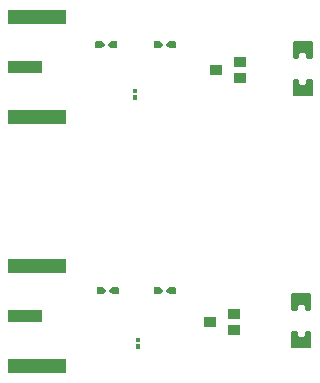
<source format=gtp>
G04 Layer: TopPasteMaskLayer*
G04 EasyEDA v6.5.44, 2024-08-27 10:33:55*
G04 3fde5a6329554247a190ecd3801b01c9,e183ea938b1e48739b2e3e039e877233,10*
G04 Gerber Generator version 0.2*
G04 Scale: 100 percent, Rotated: No, Reflected: No *
G04 Dimensions in millimeters *
G04 leading zeros omitted , absolute positions ,4 integer and 5 decimal *
%FSLAX45Y45*%
%MOMM*%

%ADD10R,3.0000X1.0000*%
%ADD11R,5.0000X1.3000*%
%ADD12R,1.0540X0.8260*%

%LPD*%
G36*
X3123996Y11980976D02*
G01*
X3113989Y11971020D01*
X3113989Y11842496D01*
X3123996Y11832488D01*
X3161030Y11832488D01*
X3171037Y11842496D01*
X3171037Y11872976D01*
X3181045Y11882983D01*
X3219754Y11882983D01*
X3229762Y11872976D01*
X3229762Y11842496D01*
X3239770Y11832488D01*
X3276803Y11832488D01*
X3286810Y11842496D01*
X3286810Y11971020D01*
X3276803Y11980976D01*
G37*
G36*
X3123996Y11662511D02*
G01*
X3113989Y11652504D01*
X3113989Y11523980D01*
X3123996Y11514023D01*
X3276803Y11514023D01*
X3286810Y11523980D01*
X3286810Y11652504D01*
X3276803Y11662511D01*
X3239770Y11662511D01*
X3229762Y11652504D01*
X3229762Y11622024D01*
X3219754Y11612016D01*
X3181045Y11612016D01*
X3171037Y11622024D01*
X3171037Y11652504D01*
X3161030Y11662511D01*
G37*
G36*
X3111296Y9847376D02*
G01*
X3101289Y9837420D01*
X3101289Y9708896D01*
X3111296Y9698888D01*
X3148330Y9698888D01*
X3158337Y9708896D01*
X3158337Y9739376D01*
X3168345Y9749383D01*
X3207054Y9749383D01*
X3217062Y9739376D01*
X3217062Y9708896D01*
X3227070Y9698888D01*
X3264103Y9698888D01*
X3274110Y9708896D01*
X3274110Y9837420D01*
X3264103Y9847376D01*
G37*
G36*
X3111296Y9528911D02*
G01*
X3101289Y9518904D01*
X3101289Y9390380D01*
X3111296Y9380423D01*
X3264103Y9380423D01*
X3274110Y9390380D01*
X3274110Y9518904D01*
X3264103Y9528911D01*
X3227070Y9528911D01*
X3217062Y9518904D01*
X3217062Y9488424D01*
X3207054Y9478416D01*
X3168345Y9478416D01*
X3158337Y9488424D01*
X3158337Y9518904D01*
X3148330Y9528911D01*
G37*
G36*
X1764182Y11523522D02*
G01*
X1761794Y11521084D01*
X1761794Y11488166D01*
X1764182Y11485778D01*
X1791817Y11485778D01*
X1794205Y11488166D01*
X1794205Y11521084D01*
X1791817Y11523522D01*
G37*
G36*
X1764182Y11577421D02*
G01*
X1761794Y11575034D01*
X1761794Y11542115D01*
X1764182Y11539677D01*
X1791817Y11539677D01*
X1794205Y11542115D01*
X1794205Y11575034D01*
X1791817Y11577421D01*
G37*
G36*
X1789582Y9415322D02*
G01*
X1787194Y9412884D01*
X1787194Y9379966D01*
X1789582Y9377578D01*
X1817217Y9377578D01*
X1819605Y9379966D01*
X1819605Y9412884D01*
X1817217Y9415322D01*
G37*
G36*
X1789582Y9469221D02*
G01*
X1787194Y9466834D01*
X1787194Y9433915D01*
X1789582Y9431477D01*
X1817217Y9431477D01*
X1819605Y9433915D01*
X1819605Y9466834D01*
X1817217Y9469221D01*
G37*
G36*
X1577086Y11977725D02*
G01*
X1550212Y11959336D01*
X1550212Y11942064D01*
X1577086Y11923674D01*
X1626717Y11923674D01*
X1630730Y11927687D01*
X1630730Y11973712D01*
X1626717Y11977725D01*
G37*
G36*
X1446682Y11977725D02*
G01*
X1442669Y11973712D01*
X1442669Y11927687D01*
X1446682Y11923674D01*
X1496314Y11923674D01*
X1523187Y11942064D01*
X1523187Y11959336D01*
X1496314Y11977725D01*
G37*
G36*
X2072386Y11977725D02*
G01*
X2045512Y11959336D01*
X2045512Y11942064D01*
X2072386Y11923674D01*
X2122017Y11923674D01*
X2126030Y11927687D01*
X2126030Y11973712D01*
X2122017Y11977725D01*
G37*
G36*
X1941982Y11977725D02*
G01*
X1937969Y11973712D01*
X1937969Y11927687D01*
X1941982Y11923674D01*
X1991614Y11923674D01*
X2018487Y11942064D01*
X2018487Y11959336D01*
X1991614Y11977725D01*
G37*
G36*
X1589786Y9894925D02*
G01*
X1562912Y9876536D01*
X1562912Y9859264D01*
X1589786Y9840874D01*
X1639417Y9840874D01*
X1643430Y9844887D01*
X1643430Y9890912D01*
X1639417Y9894925D01*
G37*
G36*
X1459382Y9894925D02*
G01*
X1455369Y9890912D01*
X1455369Y9844887D01*
X1459382Y9840874D01*
X1509014Y9840874D01*
X1535887Y9859264D01*
X1535887Y9876536D01*
X1509014Y9894925D01*
G37*
G36*
X2072386Y9894925D02*
G01*
X2045512Y9876536D01*
X2045512Y9859264D01*
X2072386Y9840874D01*
X2122017Y9840874D01*
X2126030Y9844887D01*
X2126030Y9890912D01*
X2122017Y9894925D01*
G37*
G36*
X1941982Y9894925D02*
G01*
X1937969Y9890912D01*
X1937969Y9844887D01*
X1941982Y9840874D01*
X1991614Y9840874D01*
X2018487Y9859264D01*
X2018487Y9876536D01*
X1991614Y9894925D01*
G37*
D10*
G01*
X851712Y11760200D03*
D11*
G01*
X951712Y11336197D03*
G01*
X951712Y12184202D03*
D10*
G01*
X851712Y9652000D03*
D11*
G01*
X951712Y9227997D03*
G01*
X951712Y10076002D03*
D12*
G01*
X2463800Y11734800D03*
G01*
X2667000Y11800839D03*
G01*
X2667000Y11668760D03*
G01*
X2413000Y9601200D03*
G01*
X2616200Y9667239D03*
G01*
X2616200Y9535160D03*
M02*

</source>
